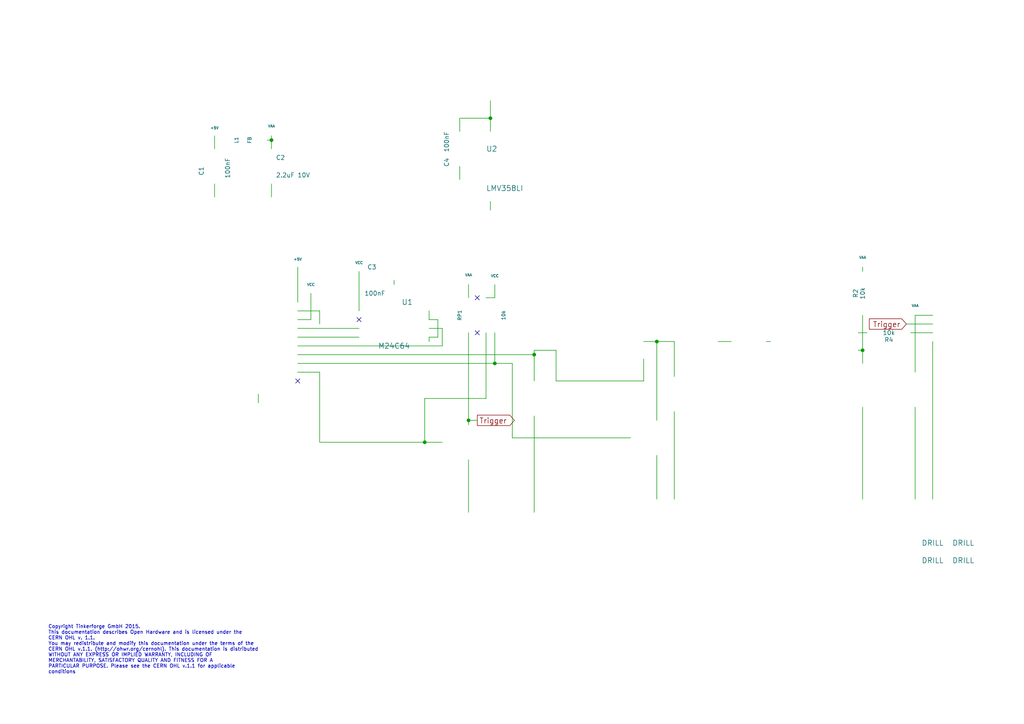
<source format=kicad_sch>
(kicad_sch (version 20230121) (generator eeschema)
  (paper "A4")
  (title_block (title "Distance US Bricklet") (date "Di 01 Sep 2015") (rev "1.1") (company "Tinkerforge GmbH") (comment 1 "Licensed under CERN OHL v.1.1") (comment 2 "Copyright (©) 2015, B.Nordmeyer <bastian@tinkerforge.com>"))
  (lib_symbols)
  (junction (at 123.19 128.27))
  (junction (at 154.94 102.87))
  (junction (at 143.51 105.41))
  (junction (at 190.5 99.06))
  (junction (at 135.89 121.92))
  (junction (at 142.24 34.29))
  (junction (at 78.74 40.64))
  (junction (at 250.19 101.6))
  (no_connect (at 86.36 110.49))
  (no_connect (at 138.43 86.36))
  (no_connect (at 104.14 92.71))
  (no_connect (at 138.43 96.52))
  (wire (pts (xy 250.19 78.74) (xy 250.19 77.47)))
  (wire (pts (xy 127 92.71) (xy 124.46 92.71)))
  (wire (pts (xy 90.17 92.71) (xy 86.36 92.71)))
  (wire (pts (xy 90.17 85.09) (xy 90.17 92.71)))
  (wire (pts (xy 262.89 93.98) (xy 270.51 93.98)))
  (wire (pts (xy 127 97.79) (xy 124.46 97.79)))
  (wire (pts (xy 133.35 34.29) (xy 142.24 34.29)))
  (wire (pts (xy 86.36 105.41) (xy 143.51 105.41)))
  (wire (pts (xy 161.29 110.49) (xy 186.69 110.49)))
  (wire (pts (xy 154.94 102.87) (xy 154.94 110.49)))
  (wire (pts (xy 154.94 101.6) (xy 161.29 101.6)))
  (wire (pts (xy 223.52 99.06) (xy 222.25 99.06)))
  (wire (pts (xy 190.5 144.78) (xy 190.5 132.08)))
  (wire (pts (xy 142.24 29.21) (xy 142.24 34.29)))
  (wire (pts (xy 78.74 40.64) (xy 78.74 43.18)))
  (wire (pts (xy 161.29 101.6) (xy 161.29 110.49)))
  (wire (pts (xy 142.24 60.96) (xy 142.24 58.42)))
  (wire (pts (xy 142.24 34.29) (xy 142.24 38.1)))
  (wire (pts (xy 154.94 102.87) (xy 86.36 102.87)))
  (wire (pts (xy 154.94 101.6) (xy 154.94 102.87)))
  (wire (pts (xy 123.19 128.27) (xy 92.71 128.27)))
  (wire (pts (xy 92.71 128.27) (xy 92.71 107.95)))
  (wire (pts (xy 140.97 86.36) (xy 143.51 86.36)))
  (wire (pts (xy 92.71 90.17) (xy 92.71 93.98)))
  (wire (pts (xy 127 97.79) (xy 127 92.71)))
  (wire (pts (xy 133.35 34.29) (xy 133.35 38.1)))
  (wire (pts (xy 140.97 96.52) (xy 140.97 115.57)))
  (wire (pts (xy 77.47 40.64) (xy 78.74 40.64)))
  (wire (pts (xy 143.51 86.36) (xy 143.51 82.55)))
  (wire (pts (xy 212.09 99.06) (xy 208.28 99.06)))
  (wire (pts (xy 186.69 110.49) (xy 186.69 104.14)))
  (wire (pts (xy 195.58 99.06) (xy 195.58 109.22)))
  (wire (pts (xy 190.5 99.06) (xy 195.58 99.06)))
  (wire (pts (xy 135.89 121.92) (xy 135.89 123.19)))
  (wire (pts (xy 123.19 115.57) (xy 123.19 128.27)))
  (wire (pts (xy 264.16 96.52) (xy 270.51 96.52)))
  (wire (pts (xy 148.59 127) (xy 182.88 127)))
  (wire (pts (xy 138.43 121.92) (xy 135.89 121.92)))
  (wire (pts (xy 154.94 148.59) (xy 154.94 120.65)))
  (wire (pts (xy 270.51 99.06) (xy 270.51 144.78)))
  (wire (pts (xy 186.69 99.06) (xy 190.5 99.06)))
  (wire (pts (xy 190.5 121.92) (xy 190.5 99.06)))
  (wire (pts (xy 124.46 97.79) (xy 124.46 99.06)))
  (wire (pts (xy 250.19 91.44) (xy 250.19 101.6)))
  (wire (pts (xy 195.58 144.78) (xy 195.58 119.38)))
  (wire (pts (xy 128.27 95.25) (xy 124.46 95.25)))
  (wire (pts (xy 86.36 87.63) (xy 86.36 77.47)))
  (wire (pts (xy 78.74 57.15) (xy 78.74 53.34)))
  (wire (pts (xy 104.14 78.74) (xy 104.14 90.17)))
  (wire (pts (xy 270.51 91.44) (xy 265.43 91.44)))
  (wire (pts (xy 248.92 96.52) (xy 251.46 96.52)))
  (wire (pts (xy 133.35 52.07) (xy 133.35 48.26)))
  (wire (pts (xy 143.51 96.52) (xy 143.51 105.41)))
  (wire (pts (xy 250.19 144.78) (xy 250.19 118.11)))
  (wire (pts (xy 135.89 86.36) (xy 135.89 82.55)))
  (wire (pts (xy 135.89 96.52) (xy 135.89 121.92)))
  (wire (pts (xy 135.89 133.35) (xy 135.89 148.59)))
  (wire (pts (xy 143.51 105.41) (xy 148.59 105.41)))
  (wire (pts (xy 140.97 115.57) (xy 123.19 115.57)))
  (wire (pts (xy 104.14 95.25) (xy 86.36 95.25)))
  (wire (pts (xy 78.74 39.37) (xy 78.74 40.64)))
  (wire (pts (xy 265.43 118.11) (xy 265.43 144.78)))
  (wire (pts (xy 86.36 100.33) (xy 128.27 100.33)))
  (wire (pts (xy 74.93 116.84) (xy 74.93 114.3)))
  (wire (pts (xy 124.46 92.71) (xy 124.46 90.17)))
  (wire (pts (xy 128.27 128.27) (xy 123.19 128.27)))
  (wire (pts (xy 62.23 57.15) (xy 62.23 53.34)))
  (wire (pts (xy 265.43 91.44) (xy 265.43 107.95)))
  (wire (pts (xy 62.23 39.37) (xy 62.23 43.18)))
  (wire (pts (xy 92.71 107.95) (xy 86.36 107.95)))
  (wire (pts (xy 148.59 105.41) (xy 148.59 127)))
  (wire (pts (xy 248.92 101.6) (xy 250.19 101.6)))
  (wire (pts (xy 104.14 97.79) (xy 86.36 97.79)))
  (wire (pts (xy 128.27 100.33) (xy 128.27 95.25)))
  (wire (pts (xy 86.36 90.17) (xy 92.71 90.17)))
  (wire (pts (xy 114.3 81.28) (xy 114.3 82.55)))
  (wire (pts (xy 250.19 101.6) (xy 250.19 105.41)))
  (text "Copyright Tinkerforge GmbH 2015.\nThis documentation describes Open Hardware and is licensed under the\nCERN OHL v. 1.1.\nYou may redistribute and modify this documentation under the terms of the\nCERN OHL v.1.1. (http://ohwr.org/cernohl). This documentation is distributed\nWITHOUT ANY EXPRESS OR IMPLIED WARRANTY, INCLUDING OF\nMERCHANTABILITY, SATISFACTORY QUALITY AND FITNESS FOR A\nPARTICULAR PURPOSE. Please see the CERN OHL v.1.1 for applicable\nconditions\n" (at 13.97 195.58 0) (effects (font (size 1.016 1.016)) (justify left bottom)))
  (global_label "Trigger" (shape input) (at 262.89 93.98 180) (effects (font (size 1.524 1.524))) (property "Intersheetrefs" "${INTERSHEET_REFS}" (effects hide)))
  (global_label "Trigger" (shape output) (at 138.43 121.92 0) (effects (font (size 1.524 1.524))) (property "Intersheetrefs" "${INTERSHEET_REFS}" (effects hide)))
  (symbol (lib_id "CON-SENSOR") (at 74.93 99.06 0) (mirror y) (unit 1)
    (property "Reference" "P1" (at 81.28 85.09 0) (effects (font (size 1.524 1.524))))
    (property "Value" "CON-SENSOR" (at 71.12 99.06 90) (effects (font (size 1.524 1.524))))
    (property "Footprint" "kicad-libraries:CON-SENSOR" (effects hide))
  )
  (symbol (lib_id "GND") (at 74.93 116.84 0) (unit 1)
    (property "Reference" "#PWR06" (effects hide))
    (property "Value" "GND" (effects hide))
  )
  (symbol (lib_id "GND") (at 92.71 93.98 0) (unit 1)
    (property "Reference" "#PWR05" (effects hide))
    (property "Value" "GND" (effects hide))
  )
  (symbol (lib_id "VCC") (at 90.17 85.09 0) (unit 1)
    (property "Reference" "#PWR04" (effects hide))
    (property "Value" "VCC" (at 90.17 82.55 0) (effects (font (size 0.762 0.762))))
  )
  (symbol (lib_id "CAT24C") (at 114.3 100.33 0) (mirror y) (unit 1)
    (property "Reference" "U1" (at 118.11 87.63 0) (effects (font (size 1.524 1.524))))
    (property "Value" "M24C64" (at 114.3 100.33 0) (effects (font (size 1.524 1.524))))
    (property "Footprint" "kicad-libraries:SOIC8" (effects hide))
  )
  (symbol (lib_id "C") (at 109.22 81.28 90) (unit 1)
    (property "Reference" "C3" (at 109.22 77.47 90) (effects (justify left)))
    (property "Value" "100nF" (at 111.76 85.09 90) (effects (justify left)))
    (property "Footprint" "kicad-libraries:C0603" (effects hide))
  )
  (symbol (lib_id "DRILL") (at 279.4 157.48 0) (unit 1)
    (property "Reference" "U5" (effects hide))
    (property "Value" "DRILL" (at 279.4 157.48 0) (effects (font (size 1.524 1.524))))
    (property "Footprint" "kicad-libraries:DRILL_NP" (effects hide))
  )
  (symbol (lib_id "DRILL") (at 279.4 162.56 0) (unit 1)
    (property "Reference" "U6" (effects hide))
    (property "Value" "DRILL" (at 279.4 162.56 0) (effects (font (size 1.524 1.524))))
    (property "Footprint" "kicad-libraries:DRILL_NP" (effects hide))
  )
  (symbol (lib_id "DRILL") (at 270.51 162.56 0) (unit 1)
    (property "Reference" "U4" (effects hide))
    (property "Value" "DRILL" (at 270.51 162.56 0) (effects (font (size 1.524 1.524))))
    (property "Footprint" "kicad-libraries:DRILL_NP" (effects hide))
  )
  (symbol (lib_id "DRILL") (at 270.51 157.48 0) (unit 1)
    (property "Reference" "U3" (effects hide))
    (property "Value" "DRILL" (at 270.51 157.48 0) (effects (font (size 1.524 1.524))))
    (property "Footprint" "kicad-libraries:DRILL_NP" (effects hide))
  )
  (symbol (lib_id "GND") (at 124.46 99.06 0) (unit 1)
    (property "Reference" "#PWR03" (effects hide))
    (property "Value" "GND" (effects hide))
  )
  (symbol (lib_id "VCC") (at 104.14 78.74 0) (unit 1)
    (property "Reference" "#PWR02" (effects hide))
    (property "Value" "VCC" (at 104.14 76.2 0) (effects (font (size 0.762 0.762))))
  )
  (symbol (lib_id "GND") (at 114.3 82.55 0) (unit 1)
    (property "Reference" "#PWR01" (effects hide))
    (property "Value" "GND" (effects hide))
  )
  (symbol (lib_id "LM358") (at 142.24 48.26 0) (unit 3)
    (property "Reference" "U2" (at 140.97 43.18 0) (effects (font (size 1.524 1.524)) (justify left)))
    (property "Value" "LMV358LI" (at 140.97 54.61 0) (effects (font (size 1.524 1.524)) (justify left)))
    (property "Footprint" "kicad-libraries:SOIC8" (effects hide))
  )
  (symbol (lib_id "VAA") (at 78.74 39.37 0) (unit 1)
    (property "Reference" "#PWR07" (effects hide))
    (property "Value" "VAA" (at 78.74 36.576 0) (effects (font (size 0.762 0.762))))
  )
  (symbol (lib_id "GND") (at 142.24 60.96 0) (unit 1)
    (property "Reference" "#PWR08" (effects hide))
    (property "Value" "GND" (effects hide))
  )
  (symbol (lib_id "C") (at 78.74 48.26 0) (unit 1)
    (property "Reference" "C2" (at 80.01 45.72 0) (effects (justify left)))
    (property "Value" "2.2uF 10V" (at 80.01 50.8 0) (effects (justify left)))
    (property "Footprint" "kicad-libraries:C0805" (effects hide))
  )
  (symbol (lib_id "C") (at 133.35 43.18 180) (unit 1)
    (property "Reference" "C4" (at 129.54 45.72 90) (effects (justify left)))
    (property "Value" "100nF" (at 129.54 38.1 90) (effects (justify left)))
    (property "Footprint" "kicad-libraries:C0603" (effects hide))
  )
  (symbol (lib_id "GND") (at 133.35 52.07 0) (unit 1)
    (property "Reference" "#PWR09" (effects hide))
    (property "Value" "GND" (effects hide))
  )
  (symbol (lib_id "GND") (at 78.74 57.15 0) (unit 1)
    (property "Reference" "#PWR010" (effects hide))
    (property "Value" "GND" (effects hide))
  )
  (symbol (lib_id "INDUCTOR") (at 69.85 40.64 0) (unit 1)
    (property "Reference" "L1" (at 68.58 40.64 90) (effects (font (size 1.016 1.016))))
    (property "Value" "FB" (at 72.39 40.64 90) (effects (font (size 1.016 1.016))))
    (property "Footprint" "kicad-libraries:0603" (effects hide))
  )
  (symbol (lib_id "C") (at 62.23 48.26 180) (unit 1)
    (property "Reference" "C1" (at 58.42 48.26 90) (effects (justify left)))
    (property "Value" "100nF" (at 66.04 45.72 90) (effects (justify left)))
    (property "Footprint" "kicad-libraries:C0603" (effects hide))
  )
  (symbol (lib_id "GND") (at 62.23 57.15 0) (unit 1)
    (property "Reference" "#PWR011" (effects hide))
    (property "Value" "GND" (effects hide))
  )
  (symbol (lib_id "+5V") (at 86.36 77.47 0) (unit 1)
    (property "Reference" "#PWR012" (effects hide))
    (property "Value" "+5V" (at 86.36 75.184 0) (effects (font (size 0.762 0.762))))
  )
  (symbol (lib_id "+5V") (at 62.23 39.37 0) (unit 1)
    (property "Reference" "#PWR023" (effects hide))
    (property "Value" "+5V" (at 62.23 37.084 0) (effects (font (size 0.762 0.762))))
  )
  (symbol (lib_id "GND") (at 270.51 144.78 0) (unit 1)
    (property "Reference" "#PWR013" (effects hide))
    (property "Value" "GND" (effects hide))
  )
  (symbol (lib_id "VAA") (at 265.43 91.44 0) (unit 1)
    (property "Reference" "#PWR014" (effects hide))
    (property "Value" "VAA" (at 265.43 88.646 0) (effects (font (size 0.762 0.762))))
  )
  (symbol (lib_id "C") (at 265.43 113.03 180) (unit 1)
    (property "Reference" "C7" (at 261.62 113.03 90) (effects (justify left)))
    (property "Value" "100nF" (at 269.24 110.49 90) (effects (justify left)))
    (property "Footprint" "kicad-libraries:C0603" (effects hide))
  )
  (symbol (lib_id "GND") (at 265.43 144.78 0) (unit 1)
    (property "Reference" "#PWR015" (effects hide))
    (property "Value" "GND" (effects hide))
  )
  (symbol (lib_id "CONN_4") (at 279.4 95.25 0) (unit 1)
    (property "Reference" "P2" (at 278.13 95.25 90))
    (property "Value" "CONN_4" (at 280.67 95.25 90))
    (property "Footprint" "kicad-libraries:pin_array_4x1" (effects hide))
  )
  (symbol (lib_id "MOSFET_N_CH") (at 133.35 128.27 0) (unit 1)
    (property "Reference" "Q1" (at 133.604 123.952 0) (effects (font (size 1.524 1.524)) (justify right)))
    (property "Value" "2N7002P" (at 133.604 132.08 0) (effects (font (size 1.524 1.524)) (justify right)))
    (property "Footprint" "kicad-libraries:SOT23GDS" (effects hide))
  )
  (symbol (lib_id "GND") (at 135.89 148.59 0) (unit 1)
    (property "Reference" "#PWR016" (effects hide))
    (property "Value" "GND" (effects hide))
  )
  (symbol (lib_id "MOSFET_N_CH") (at 187.96 127 0) (unit 1)
    (property "Reference" "Q2" (at 188.214 122.682 0) (effects (font (size 1.524 1.524)) (justify right)))
    (property "Value" "2N7002P" (at 188.214 130.81 0) (effects (font (size 1.524 1.524)) (justify right)))
    (property "Footprint" "kicad-libraries:SOT23GDS" (effects hide))
  )
  (symbol (lib_id "R") (at 201.93 99.06 90) (unit 1)
    (property "Reference" "R1" (at 201.93 97.028 90))
    (property "Value" "160k" (at 201.93 99.06 90))
    (property "Footprint" "kicad-libraries:R0603" (effects hide))
  )
  (symbol (lib_id "C") (at 195.58 114.3 0) (unit 1)
    (property "Reference" "C6" (at 196.85 111.76 0) (effects (justify left)))
    (property "Value" "0,1µF NP0" (at 196.85 116.84 0) (effects (justify left)))
    (property "Footprint" "kicad-libraries:C1206" (effects hide))
  )
  (symbol (lib_id "GND") (at 195.58 144.78 0) (unit 1)
    (property "Reference" "#PWR017" (effects hide))
    (property "Value" "GND" (effects hide))
  )
  (symbol (lib_id "LM358") (at 173.99 101.6 0) (mirror y) (unit 2)
    (property "Reference" "U2" (at 175.26 96.52 0) (effects (font (size 1.524 1.524)) (justify left)))
    (property "Value" "LMV358LI" (at 175.26 107.95 0) (effects (font (size 1.524 1.524)) (justify left)))
    (property "Footprint" "kicad-libraries:SOIC8" (effects hide))
  )
  (symbol (lib_id "C") (at 154.94 115.57 180) (unit 1)
    (property "Reference" "C5" (at 151.13 115.57 90) (effects (justify left)))
    (property "Value" "100nF" (at 158.75 113.03 90) (effects (justify left)))
    (property "Footprint" "kicad-libraries:C0603" (effects hide))
  )
  (symbol (lib_id "GND") (at 154.94 148.59 0) (unit 1)
    (property "Reference" "#PWR018" (effects hide))
    (property "Value" "GND" (effects hide))
  )
  (symbol (lib_id "GND") (at 190.5 144.78 0) (unit 1)
    (property "Reference" "#PWR019" (effects hide))
    (property "Value" "GND" (effects hide))
  )
  (symbol (lib_id "DIODESCH") (at 217.17 99.06 180) (unit 1)
    (property "Reference" "D1" (at 217.17 101.6 0) (effects (font (size 1.016 1.016))))
    (property "Value" "BAS16H" (at 217.17 96.52 0) (effects (font (size 1.016 1.016))))
    (property "Footprint" "kicad-libraries:SOD-123" (effects hide))
  )
  (symbol (lib_id "LM358") (at 236.22 99.06 0) (mirror y) (unit 1)
    (property "Reference" "U2" (at 237.49 93.98 0) (effects (font (size 1.524 1.524)) (justify left)))
    (property "Value" "LMV358LI" (at 237.49 105.41 0) (effects (font (size 1.524 1.524)) (justify left)))
    (property "Footprint" "kicad-libraries:SOIC8" (effects hide))
  )
  (symbol (lib_id "R_PACK4") (at 144.78 91.44 90) (unit 1)
    (property "Reference" "RP1" (at 133.35 91.44 0) (effects (font (size 1.016 1.016))))
    (property "Value" "10k" (at 146.05 91.44 0) (effects (font (size 1.016 1.016))))
    (property "Footprint" "kicad-libraries:0603X4" (effects hide))
  )
  (symbol (lib_id "VAA") (at 135.89 82.55 0) (unit 1)
    (property "Reference" "#PWR020" (effects hide))
    (property "Value" "VAA" (at 135.89 79.756 0) (effects (font (size 0.762 0.762))))
  )
  (symbol (lib_id "VCC") (at 143.51 82.55 0) (unit 1)
    (property "Reference" "#PWR021" (effects hide))
    (property "Value" "VCC" (at 143.51 80.01 0) (effects (font (size 0.762 0.762))))
  )
  (symbol (lib_id "R") (at 257.81 96.52 270) (unit 1)
    (property "Reference" "R4" (at 257.81 98.552 90))
    (property "Value" "10k" (at 257.81 96.52 90))
    (property "Footprint" "kicad-libraries:R0603" (effects hide))
  )
  (symbol (lib_id "R") (at 250.19 85.09 180) (unit 1)
    (property "Reference" "R2" (at 248.158 85.09 90))
    (property "Value" "10k" (at 250.19 85.09 90))
    (property "Footprint" "kicad-libraries:R0603" (effects hide))
  )
  (symbol (lib_id "GND") (at 250.19 144.78 0) (unit 1)
    (property "Reference" "#PWR022" (effects hide))
    (property "Value" "GND" (effects hide))
  )
  (symbol (lib_id "VCC") (at 142.24 29.21 0) (unit 1)
    (property "Reference" "#PWR024" (effects hide))
    (property "Value" "VCC" (at 142.24 26.67 0) (effects (font (size 0.762 0.762))))
  )
  (symbol (lib_id "R") (at 250.19 111.76 180) (unit 1)
    (property "Reference" "R3" (at 248.158 111.76 90))
    (property "Value" "10k" (at 250.19 111.76 90))
    (property "Footprint" "kicad-libraries:R0603" (effects hide))
  )
  (symbol (lib_id "VAA") (at 250.19 77.47 0) (unit 1)
    (property "Reference" "#PWR025" (effects hide))
    (property "Value" "VAA" (at 250.19 74.676 0) (effects (font (size 0.762 0.762))))
  )
)
</source>
